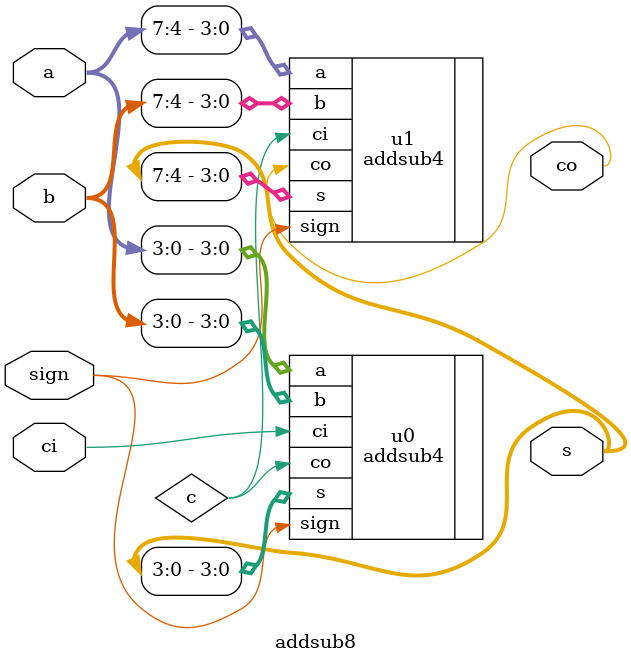
<source format=v>
`timescale 1ns / 1ps


module addsub8(
    input [7:0] a,
    input [7:0] b,
    input sign,
    input ci,
    output [7:0] s,
    output co
    );
    
    wire c;
    
    addsub4 u0(.a(a[3:0]), .b(b[3:0]), .sign(sign), .ci(ci), .s(s[3:0]), .co(c));
    addsub4 u1(.a(a[7:4]), .b(b[7:4]), .sign(sign), .ci(c), .s(s[7:4]), .co(co));
    
endmodule


</source>
